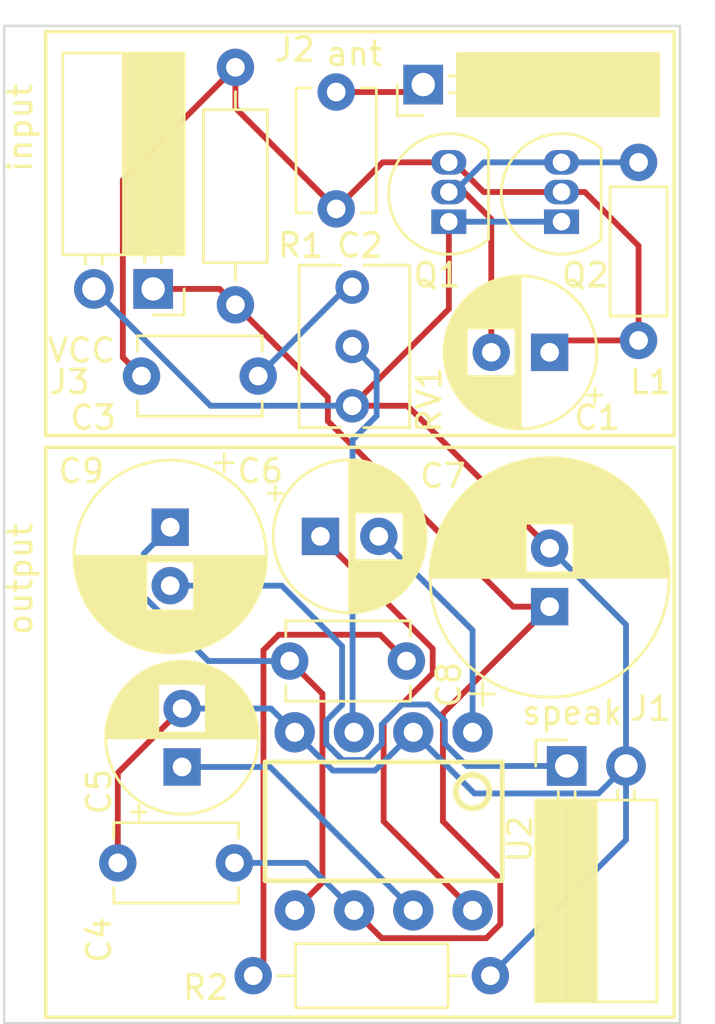
<source format=kicad_pcb>
(kicad_pcb (version 20221018) (generator pcbnew)
  (layers (0 "F.Cu" signal) (31 "B.Cu" signal) (34 "B.Paste" user) (35 "F.Paste" user) (36 "B.SilkS" user "B.Silkscreen") (37 "F.SilkS" user "F.Silkscreen") (38 "B.Mask" user) (39 "F.Mask" user) (44 "Edge.Cuts" user))
  (net 0 "")
  (net 1 "Net-(Q1-E)")
  (net 2 "Net-(Q1-B)")
  (net 3 "Net-(J2-Pin_1)")
  (net 4 "Net-(C3-Pad2)")
  (net 5 "GND")
  (net 6 "+5V")
  (net 7 "Net-(C5-Pad1)")
  (net 8 "Net-(C6-Pad1)")
  (net 9 "Net-(C6-Pad2)")
  (net 10 "Net-(C8-Pad1)")
  (net 11 "Net-(C8-Pad2)")
  (net 12 "Net-(J1-Pin_1)")
  (net 13 "Net-(RV1-Pad2)")
  (footprint "Capacitor_THT:CP_Radial_D6.3mm_P2.50mm" (layer "F.Cu") (at 185.253621 56.134)
    (fp_text reference "C6" (at -2.58 -2.794 180) (layer "F.SilkS"))
    (fp_text value "10u")
    (pad "1" thru_hole rect (at 0 0) (size 1.6 1.6) (drill 0.8) (layers "*.Cu" "*.Mask") (net 8 "Net-(C6-Pad1)"))
    (pad "2" thru_hole circle (at 2.5 0) (size 1.6 1.6) (drill 0.8) (layers "*.Cu" "*.Mask") (net 9 "Net-(C6-Pad2)"))
  )
  (footprint "Capacitor_THT:CP_Radial_D10.0mm_P2.50mm" (layer "F.Cu") (at 195.072 59.142 90)
    (fp_text reference "C7" (at 5.588 -4.572 180) (layer "F.SilkS"))
    (fp_text value "470u")
    (pad "1" thru_hole rect (at 0 0 90) (size 1.6 1.6) (drill 0.8) (layers "*.Cu" "*.Mask") (net 6 "+5V"))
    (pad "2" thru_hole circle (at 2.5 0 90) (size 1.6 1.6) (drill 0.8) (layers "*.Cu" "*.Mask") (net 5 "GND"))
  )
  (footprint "Connector_PinSocket_2.54mm:PinSocket_1x02_P2.54mm_Horizontal" (layer "F.Cu") (at 195.804 65.958 90)
    (fp_text reference "J1" (at 2.458 3.586 180) (layer "F.SilkS"))
    (fp_text value "sp")
    (pad "1" thru_hole rect (at 0 0 90) (size 1.7 1.7) (drill 1) (layers "*.Cu" "*.Mask") (net 12 "Net-(J1-Pin_1)"))
    (pad "2" thru_hole oval (at 0 2.54 90) (size 1.7 1.7) (drill 1) (layers "*.Cu" "*.Mask") (net 5 "GND"))
  )
  (footprint "Inductor_THT:L_Axial_L5.3mm_D2.2mm_P7.62mm_Horizontal_Vishay_IM-1" (layer "F.Cu") (at 198.882 47.752 90)
    (fp_text reference "L1" (at -1.778 0.508 180) (layer "F.SilkS"))
    (fp_text value "~")
    (pad "1" thru_hole circle (at 0 0 90) (size 1.6 1.6) (drill 0.8) (layers "*.Cu" "*.Mask") (net 1 "Net-(Q1-E)"))
    (pad "2" thru_hole oval (at 7.62 0 90) (size 1.6 1.6) (drill 0.8) (layers "*.Cu" "*.Mask") (net 2 "Net-(Q1-B)"))
  )
  (footprint "Resistor_THT:R_Axial_DIN0207_L6.3mm_D2.5mm_P10.16mm_Horizontal" (layer "F.Cu") (at 192.532 74.93 180)
    (fp_text reference "R2" (at 12.192 -0.508 180) (layer "F.SilkS"))
    (fp_text value "10")
    (pad "1" thru_hole circle (at 0 0 180) (size 1.6 1.6) (drill 0.8) (layers "*.Cu" "*.Mask") (net 5 "GND"))
    (pad "2" thru_hole oval (at 10.16 0 180) (size 1.6 1.6) (drill 0.8) (layers "*.Cu" "*.Mask") (net 10 "Net-(C8-Pad1)"))
  )
  (footprint "Potentiometer_THT:Potentiometer_Bourns_3266Y_Vertical" (layer "F.Cu") (at 186.615 45.466 90)
    (fp_text reference "RV1" (at -4.826 3.302 270) (layer "F.SilkS"))
    (fp_text value "100k")
    (pad "1" thru_hole circle (at 0 0 90) (size 1.44 1.44) (drill 0.8) (layers "*.Cu" "*.Mask") (net 4 "Net-(C3-Pad2)"))
    (pad "2" thru_hole circle (at -2.54 0 90) (size 1.44 1.44) (drill 0.8) (layers "*.Cu" "*.Mask") (net 13 "Net-(RV1-Pad2)"))
    (pad "3" thru_hole circle (at -5.08 0 90) (size 1.44 1.44) (drill 0.8) (layers "*.Cu" "*.Mask") (net 5 "GND"))
  )
  (footprint "Capacitor_THT:C_Disc_D5.1mm_W3.2mm_P5.00mm" (layer "F.Cu") (at 176.57 70.104)
    (fp_text reference "C4" (at -0.802 3.302 90) (layer "F.SilkS"))
    (fp_text value "100n")
    (pad "1" thru_hole circle (at 0 0) (size 1.6 1.6) (drill 0.8) (layers "*.Cu" "*.Mask") (net 5 "GND"))
    (pad "2" thru_hole circle (at 5 0) (size 1.6 1.6) (drill 0.8) (layers "*.Cu" "*.Mask") (net 6 "+5V"))
  )
  (footprint "Connector_PinSocket_2.54mm:PinSocket_1x01_P2.54mm_Horizontal" (layer "F.Cu") (at 189.656 36.805 180)
    (fp_text reference "J2" (at 5.506 1.499) (layer "F.SilkS"))
    (fp_text value "Conn_01x01_Socket")
    (pad "1" thru_hole rect (at 0 0 180) (size 1.7 1.7) (drill 1) (layers "*.Cu" "*.Mask") (net 3 "Net-(J2-Pin_1)"))
  )
  (footprint "Package_TO_SOT_THT:TO-92L_Inline" (layer "F.Cu") (at 190.754 42.672 90)
    (fp_text reference "Q1" (at -2.286 -0.508 180) (layer "F.SilkS"))
    (fp_text value "2n3904")
    (pad "1" thru_hole rect (at 0 0 90) (size 1.05 1.5) (drill 0.75) (layers "*.Cu" "*.Mask") (net 5 "GND"))
    (pad "2" thru_hole oval (at 1.27 0 90) (size 1.05 1.5) (drill 0.75) (layers "*.Cu" "*.Mask") (net 2 "Net-(Q1-B)"))
    (pad "3" thru_hole oval (at 2.54 0 90) (size 1.05 1.5) (drill 0.75) (layers "*.Cu" "*.Mask") (net 1 "Net-(Q1-E)"))
  )
  (footprint "LM386:DIP08" (layer "F.Cu") (at 187.96 68.326 180)
    (fp_text reference "U2" (at -5.842 -0.762 90) (layer "F.SilkS") (effects (font (size 1.001465 1.001465))))
    (fp_text value "LM386")
    (pad "1" thru_hole circle (at -3.81 3.81 180) (size 1.7272 1.7272) (drill 0.8128) (layers "*.Cu" "*.Mask") (net 9 "Net-(C6-Pad2)"))
    (pad "2" thru_hole circle (at -1.27 3.81 180) (size 1.7272 1.7272) (drill 0.8128) (layers "*.Cu" "*.Mask") (net 5 "GND"))
    (pad "3" thru_hole circle (at 1.27 3.81 180) (size 1.7272 1.7272) (drill 0.8128) (layers "*.Cu" "*.Mask") (net 13 "Net-(RV1-Pad2)"))
    (pad "4" thru_hole circle (at 3.81 3.81 180) (size 1.7272 1.7272) (drill 0.8128) (layers "*.Cu" "*.Mask") (net 5 "GND"))
    (pad "5" thru_hole circle (at 3.81 -3.81 180) (size 1.7272 1.7272) (drill 0.8128) (layers "*.Cu" "*.Mask") (net 11 "Net-(C8-Pad2)"))
    (pad "6" thru_hole circle (at 1.27 -3.81 180) (size 1.7272 1.7272) (drill 0.8128) (layers "*.Cu" "*.Mask") (net 6 "+5V"))
    (pad "7" thru_hole circle (at -1.27 -3.81 180) (size 1.7272 1.7272) (drill 0.8128) (layers "*.Cu" "*.Mask") (net 7 "Net-(C5-Pad1)"))
    (pad "8" thru_hole circle (at -3.81 -3.81 180) (size 1.7272 1.7272) (drill 0.8128) (layers "*.Cu" "*.Mask") (net 8 "Net-(C6-Pad1)"))
  )
  (footprint "Capacitor_THT:C_Disc_D5.1mm_W3.2mm_P5.00mm" (layer "F.Cu") (at 177.586 49.276)
    (fp_text reference "C3" (at -2.072 1.778) (layer "F.SilkS"))
    (fp_text value "220n")
    (pad "1" thru_hole circle (at 0 0) (size 1.6 1.6) (drill 0.8) (layers "*.Cu" "*.Mask") (net 1 "Net-(Q1-E)"))
    (pad "2" thru_hole circle (at 5 0) (size 1.6 1.6) (drill 0.8) (layers "*.Cu" "*.Mask") (net 4 "Net-(C3-Pad2)"))
  )
  (footprint "Capacitor_THT:CP_Radial_D6.3mm_P2.50mm" (layer "F.Cu") (at 179.324 66 90)
    (fp_text reference "C5" (at -1.056 -3.556 90) (layer "F.SilkS"))
    (fp_text value "10u")
    (pad "1" thru_hole rect (at 0 0 90) (size 1.6 1.6) (drill 0.8) (layers "*.Cu" "*.Mask") (net 7 "Net-(C5-Pad1)"))
    (pad "2" thru_hole circle (at 2.5 0 90) (size 1.6 1.6) (drill 0.8) (layers "*.Cu" "*.Mask") (net 5 "GND"))
  )
  (footprint "Package_TO_SOT_THT:TO-92L_Inline" (layer "F.Cu") (at 195.58 42.672 90)
    (fp_text reference "Q2" (at -2.286 1.016 180) (layer "F.SilkS"))
    (fp_text value "2n3904")
    (pad "1" thru_hole rect (at 0 0 90) (size 1.05 1.5) (drill 0.75) (layers "*.Cu" "*.Mask") (net 5 "GND"))
    (pad "2" thru_hole oval (at 1.27 0 90) (size 1.05 1.5) (drill 0.75) (layers "*.Cu" "*.Mask") (net 1 "Net-(Q1-E)"))
    (pad "3" thru_hole oval (at 2.54 0 90) (size 1.05 1.5) (drill 0.75) (layers "*.Cu" "*.Mask") (net 2 "Net-(Q1-B)"))
  )
  (footprint "Capacitor_THT:C_Disc_D5.1mm_W3.2mm_P5.00mm" (layer "F.Cu") (at 185.928 42.124 90)
    (fp_text reference "C2" (at -1.564 1.016 180) (layer "F.SilkS"))
    (fp_text value "10p")
    (pad "1" thru_hole circle (at 0 0 90) (size 1.6 1.6) (drill 0.8) (layers "*.Cu" "*.Mask") (net 1 "Net-(Q1-E)"))
    (pad "2" thru_hole circle (at 5 0 90) (size 1.6 1.6) (drill 0.8) (layers "*.Cu" "*.Mask") (net 3 "Net-(J2-Pin_1)"))
  )
  (footprint "Connector_PinSocket_2.54mm:PinSocket_1x02_P2.54mm_Horizontal" (layer "F.Cu") (at 178.084 45.548 -90)
    (fp_text reference "J3" (at 3.982 3.586 -180) (layer "F.SilkS"))
    (fp_text value "sp")
    (pad "1" thru_hole rect (at 0 0 270) (size 1.7 1.7) (drill 1) (layers "*.Cu" "*.Mask") (net 6 "+5V"))
    (pad "2" thru_hole oval (at 0 2.54 270) (size 1.7 1.7) (drill 1) (layers "*.Cu" "*.Mask") (net 5 "GND"))
  )
  (footprint "Capacitor_THT:C_Disc_D5.1mm_W3.2mm_P5.00mm" (layer "F.Cu") (at 188.936 61.468 180)
    (fp_text reference "C8" (at -1.818 -1.016 270) (layer "F.SilkS"))
    (fp_text value "47n")
    (pad "1" thru_hole circle (at 0 0 180) (size 1.6 1.6) (drill 0.8) (layers "*.Cu" "*.Mask") (net 10 "Net-(C8-Pad1)"))
    (pad "2" thru_hole circle (at 5 0 180) (size 1.6 1.6) (drill 0.8) (layers "*.Cu" "*.Mask") (net 11 "Net-(C8-Pad2)"))
  )
  (footprint "Resistor_THT:R_Axial_DIN0207_L6.3mm_D2.5mm_P10.16mm_Horizontal" (layer "F.Cu") (at 181.61 36.068 -90)
    (fp_text reference "R1" (at 7.62 -2.794 -180) (layer "F.SilkS"))
    (fp_text value "22k")
    (pad "1" thru_hole circle (at 0 0 270) (size 1.6 1.6) (drill 0.8) (layers "*.Cu" "*.Mask") (net 1 "Net-(Q1-E)"))
    (pad "2" thru_hole oval (at 10.16 0 270) (size 1.6 1.6) (drill 0.8) (layers "*.Cu" "*.Mask") (net 6 "+5V"))
  )
  (footprint "Capacitor_THT:CP_Radial_D6.3mm_P2.50mm" (layer "F.Cu") (at 195.072 48.26 180)
    (fp_text reference "C1" (at -2.032 -2.794) (layer "F.SilkS"))
    (fp_text value "22pF")
    (pad "1" thru_hole rect (at 0 0 180) (size 1.6 1.6) (drill 0.8) (layers "*.Cu" "*.Mask") (net 1 "Net-(Q1-E)"))
    (pad "2" thru_hole circle (at 2.5 0 180) (size 1.6 1.6) (drill 0.8) (layers "*.Cu" "*.Mask") (net 2 "Net-(Q1-B)"))
  )
  (footprint "Capacitor_THT:CP_Radial_D8.0mm_P2.50mm" (layer "F.Cu") (at 178.816 55.743349 -90)
    (fp_text reference "C9" (at -2.403349 3.81) (layer "F.SilkS"))
    (fp_text value "220u")
    (pad "1" thru_hole rect (at 0 0 270) (size 1.6 1.6) (drill 0.8) (layers "*.Cu" "*.Mask") (net 11 "Net-(C8-Pad2)"))
    (pad "2" thru_hole circle (at 2.5 0 270) (size 1.6 1.6) (drill 0.8) (layers "*.Cu" "*.Mask") (net 12 "Net-(J1-Pin_1)"))
  )
  (gr_rect (start 173.482 34.544) (end 200.406 51.816) (stroke (width 0.15)) (fill none) (layer "F.SilkS"))
  (gr_rect (start 173.482 52.324) (end 200.406 76.708) (stroke (width 0.15)) (fill none) (layer "F.SilkS"))
  (gr_rect (start 171.704 34.29) (end 200.66 76.962) (stroke (width 0.1)) (fill none) (layer "Edge.Cuts"))
  (gr_text "VCC" (at 173.482 48.768) (layer "F.SilkS") (effects (font (size 1 1)) (justify left bottom)))
  (gr_text "speak" (at 193.802 64.262) (layer "F.SilkS") (effects (font (size 1 1)) (justify left bottom)))
  (gr_text "output" (at 172.974 60.452 90) (layer "F.SilkS") (effects (font (size 1 1)) (justify left bottom)))
  (gr_text "ant" (at 185.42 36.068) (layer "F.SilkS") (effects (font (size 1 1)) (justify left bottom)))
  (gr_text "input" (at 172.974 40.64 90) (layer "F.SilkS") (effects (font (size 1 1)) (justify left bottom)))
  (segment (start 198.882 43.704) (end 198.882 47.752) (width 0.25) (layer "F.Cu") (net 1))
  (segment (start 185.928 42.124) (end 187.92 40.132) (width 0.25) (layer "F.Cu") (net 1))
  (segment (start 177.586 49.276) (end 176.786001 48.476001) (width 0.25) (layer "F.Cu") (net 1))
  (segment (start 181.61 36.068) (end 181.61 37.806) (width 0.25) (layer "F.Cu") (net 1))
  (segment (start 192.249 41.402) (end 195.58 41.402) (width 0.25) (layer "F.Cu") (net 1))
  (segment (start 198.882 47.752) (end 195.58 47.752) (width 0.25) (layer "F.Cu") (net 1))
  (segment (start 196.58 41.402) (end 198.882 43.704) (width 0.25) (layer "F.Cu") (net 1))
  (segment (start 190.979 40.132) (end 192.249 41.402) (width 0.25) (layer "F.Cu") (net 1))
  (segment (start 190.754 40.132) (end 190.979 40.132) (width 0.25) (layer "F.Cu") (net 1))
  (segment (start 176.786001 40.891999) (end 181.61 36.068) (width 0.25) (layer "F.Cu") (net 1))
  (segment (start 187.92 40.132) (end 190.754 40.132) (width 0.25) (layer "F.Cu") (net 1))
  (segment (start 176.786001 48.476001) (end 176.786001 40.891999) (width 0.25) (layer "F.Cu") (net 1))
  (segment (start 195.58 41.402) (end 196.58 41.402) (width 0.25) (layer "F.Cu") (net 1))
  (segment (start 195.58 47.752) (end 195.072 48.26) (width 0.25) (layer "F.Cu") (net 1))
  (segment (start 181.61 37.806) (end 185.928 42.124) (width 0.25) (layer "F.Cu") (net 1))
  (segment (start 190.754 41.402) (end 191.409 41.402) (width 0.25) (layer "F.Cu") (net 2))
  (segment (start 192.572 42.565) (end 192.572 48.26) (width 0.25) (layer "F.Cu") (net 2))
  (segment (start 191.409 41.402) (end 192.572 42.565) (width 0.25) (layer "F.Cu") (net 2))
  (segment (start 195.58 40.132) (end 198.882 40.132) (width 0.25) (layer "B.Cu") (net 2))
  (segment (start 192.249 40.132) (end 195.58 40.132) (width 0.25) (layer "B.Cu") (net 2))
  (segment (start 190.754 41.402) (end 190.979 41.402) (width 0.25) (layer "B.Cu") (net 2))
  (segment (start 190.979 41.402) (end 192.249 40.132) (width 0.25) (layer "B.Cu") (net 2))
  (segment (start 189.337 37.124) (end 189.656 36.805) (width 0.25) (layer "F.Cu") (net 3))
  (segment (start 185.928 37.124) (end 189.337 37.124) (width 0.25) (layer "F.Cu") (net 3))
  (segment (start 186.396 45.466) (end 186.615 45.466) (width 0.25) (layer "B.Cu") (net 4))
  (segment (start 182.586 49.276) (end 186.396 45.466) (width 0.25) (layer "B.Cu") (net 4))
  (segment (start 176.57 70.104) (end 176.57 66.254) (width 0.25) (layer "F.Cu") (net 5))
  (segment (start 190.754 46.407) (end 190.754 42.672) (width 0.25) (layer "F.Cu") (net 5))
  (segment (start 186.615 50.546) (end 188.976 50.546) (width 0.25) (layer "F.Cu") (net 5))
  (segment (start 176.57 66.254) (end 179.324 63.5) (width 0.25) (layer "F.Cu") (net 5))
  (segment (start 186.615 50.546) (end 190.754 46.407) (width 0.25) (layer "F.Cu") (net 5))
  (segment (start 188.976 50.546) (end 195.072 56.642) (width 0.25) (layer "F.Cu") (net 5))
  (segment (start 175.544 45.548) (end 180.542 50.546) (width 0.25) (layer "B.Cu") (net 5))
  (segment (start 187.5914 66.1546) (end 185.7886 66.1546) (width 0.25) (layer "B.Cu") (net 5))
  (segment (start 198.344 65.958) (end 197.169 67.133) (width 0.25) (layer "B.Cu") (net 5))
  (segment (start 197.169 67.133) (end 191.847 67.133) (width 0.25) (layer "B.Cu") (net 5))
  (segment (start 198.344 59.914) (end 198.344 65.958) (width 0.25) (layer "B.Cu") (net 5))
  (segment (start 179.324 63.5) (end 183.134 63.5) (width 0.25) (layer "B.Cu") (net 5))
  (segment (start 191.847 67.133) (end 189.23 64.516) (width 0.25) (layer "B.Cu") (net 5))
  (segment (start 195.072 56.642) (end 198.344 59.914) (width 0.25) (layer "B.Cu") (net 5))
  (segment (start 185.7886 66.1546) (end 184.15 64.516) (width 0.25) (layer "B.Cu") (net 5))
  (segment (start 190.754 42.672) (end 195.58 42.672) (width 0.25) (layer "B.Cu") (net 5))
  (segment (start 180.542 50.546) (end 186.615 50.546) (width 0.25) (layer "B.Cu") (net 5))
  (segment (start 192.532 74.93) (end 198.344 69.118) (width 0.25) (layer "B.Cu") (net 5))
  (segment (start 198.344 69.118) (end 198.344 65.958) (width 0.25) (layer "B.Cu") (net 5))
  (segment (start 183.134 63.5) (end 184.15 64.516) (width 0.25) (layer "B.Cu") (net 5))
  (segment (start 189.23 64.516) (end 187.5914 66.1546) (width 0.25) (layer "B.Cu") (net 5))
  (segment (start 195.072 59.142) (end 190.5 63.714) (width 0.25) (layer "F.Cu") (net 6))
  (segment (start 192.9586 72.7254) (end 192.3594 73.3246) (width 0.25) (layer "F.Cu") (net 6))
  (segment (start 185.57 51.204) (end 193.508 59.142) (width 0.25) (layer "F.Cu") (net 6))
  (segment (start 190.5 68.326) (end 192.9586 70.7846) (width 0.25) (layer "F.Cu") (net 6))
  (segment (start 178.084 45.548) (end 180.93 45.548) (width 0.25) (layer "F.Cu") (net 6))
  (segment (start 192.3594 73.3246) (end 187.8786 73.3246) (width 0.25) (layer "F.Cu") (net 6))
  (segment (start 185.57 50.188) (end 185.57 51.204) (width 0.25) (layer "F.Cu") (net 6))
  (segment (start 180.93 45.548) (end 181.61 46.228) (width 0.25) (layer "F.Cu") (net 6))
  (segment (start 192.9586 70.7846) (end 192.9586 72.7254) (width 0.25) (layer "F.Cu") (net 6))
  (segment (start 181.61 46.228) (end 185.57 50.188) (width 0.25) (layer "F.Cu") (net 6))
  (segment (start 193.508 59.142) (end 195.072 59.142) (width 0.25) (layer "F.Cu") (net 6))
  (segment (start 190.5 63.714) (end 190.5 68.326) (width 0.25) (layer "F.Cu") (net 6))
  (segment (start 187.8786 73.3246) (end 186.69 72.136) (width 0.25) (layer "F.Cu") (net 6))
  (segment (start 184.658 70.104) (end 181.57 70.104) (width 0.25) (layer "B.Cu") (net 6))
  (segment (start 186.69 72.136) (end 184.658 70.104) (width 0.25) (layer "B.Cu") (net 6))
  (segment (start 179.324 66) (end 183.094 66) (width 0.25) (layer "B.Cu") (net 7))
  (segment (start 183.094 66) (end 189.23 72.136) (width 0.25) (layer "B.Cu") (net 7))
  (segment (start 190.061 62.004065) (end 187.96 64.105065) (width 0.25) (layer "F.Cu") (net 8))
  (segment (start 185.253621 56.134) (end 190.061 60.941379) (width 0.25) (layer "F.Cu") (net 8))
  (segment (start 191.77 72.136) (end 187.96 68.326) (width 0.25) (layer "F.Cu") (net 8))
  (segment (start 190.061 60.941379) (end 190.061 62.004065) (width 0.25) (layer "F.Cu") (net 8))
  (segment (start 187.96 68.326) (end 187.96 64.105065) (width 0.25) (layer "F.Cu") (net 8))
  (segment (start 191.77 60.150379) (end 191.77 64.516) (width 0.25) (layer "B.Cu") (net 9))
  (segment (start 187.753621 56.134) (end 191.77 60.150379) (width 0.25) (layer "B.Cu") (net 9))
  (segment (start 182.811 74.491) (end 182.372 74.93) (width 0.25) (layer "F.Cu") (net 10))
  (segment (start 188.936 61.468) (end 187.811 60.343) (width 0.25) (layer "F.Cu") (net 10))
  (segment (start 183.470009 60.343) (end 182.811 61.002009) (width 0.25) (layer "F.Cu") (net 10))
  (segment (start 182.811 61.002009) (end 182.811 74.491) (width 0.25) (layer "F.Cu") (net 10))
  (segment (start 187.811 60.343) (end 183.470009 60.343) (width 0.25) (layer "F.Cu") (net 10))
  (segment (start 184.15 72.136) (end 185.3386 70.9474) (width 0.25) (layer "F.Cu") (net 11))
  (segment (start 185.3386 70.9474) (end 185.3386 62.8706) (width 0.25) (layer "F.Cu") (net 11))
  (segment (start 185.3386 62.8706) (end 183.936 61.468) (width 0.25) (layer "F.Cu") (net 11))
  (segment (start 178.816 56.348) (end 178.816 55.743349) (width 0.25) (layer "F.Cu") (net 11))
  (segment (start 178.816 56.348) (end 178.816 55.743349) (width 0.25) (layer "B.Cu") (net 11))
  (segment (start 177.691 58.70934) (end 180.44966 61.468) (width 0.25) (layer "B.Cu") (net 11))
  (segment (start 178.816 55.743349) (end 177.691 56.868349) (width 0.25) (layer "B.Cu") (net 11))
  (segment (start 177.691 56.868349) (end 177.691 58.70934) (width 0.25) (layer "B.Cu") (net 11))
  (segment (start 180.44966 61.468) (end 183.936 61.468) (width 0.25) (layer "B.Cu") (net 11))
  (segment (start 190.5814 65.008335) (end 191.531065 65.958) (width 0.25) (layer "B.Cu") (net 12))
  (segment (start 190.5814 64.023665) (end 190.5814 65.008335) (width 0.25) (layer "B.Cu") (net 12))
  (segment (start 185.5014 64.023665) (end 185.5014 65.008335) (width 0.25) (layer "B.Cu") (net 12))
  (segment (start 183.593745 58.243349) (end 186.178621 60.828225) (width 0.25) (layer "B.Cu") (net 12))
  (segment (start 187.8786 65.008335) (end 187.8786 64.186465) (width 0.25) (layer "B.Cu") (net 12))
  (segment (start 186.197665 65.7046) (end 187.182335 65.7046) (width 0.25) (layer "B.Cu") (net 12))
  (segment (start 185.5014 65.008335) (end 186.197665 65.7046) (width 0.25) (layer "B.Cu") (net 12))
  (segment (start 188.737665 63.3274) (end 189.885135 63.3274) (width 0.25) (layer "B.Cu") (net 12))
  (segment (start 187.8786 64.186465) (end 188.737665 63.3274) (width 0.25) (layer "B.Cu") (net 12))
  (segment (start 186.178621 60.828225) (end 186.178621 63.346444) (width 0.25) (layer "B.Cu") (net 12))
  (segment (start 189.885135 63.3274) (end 190.5814 64.023665) (width 0.25) (layer "B.Cu") (net 12))
  (segment (start 191.531065 65.958) (end 195.804 65.958) (width 0.25) (layer "B.Cu") (net 12))
  (segment (start 178.816 58.243349) (end 183.593745 58.243349) (width 0.25) (layer "B.Cu") (net 12))
  (segment (start 186.178621 63.346444) (end 185.5014 64.023665) (width 0.25) (layer "B.Cu") (net 12))
  (segment (start 187.182335 65.7046) (end 187.8786 65.008335) (width 0.25) (layer "B.Cu") (net 12))
  (segment (start 186.628621 64.454621) (end 186.69 64.516) (width 0.25) (layer "B.Cu") (net 13))
  (segment (start 186.628621 52.010233) (end 186.628621 64.454621) (width 0.25) (layer "B.Cu") (net 13))
  (segment (start 186.615 48.006) (end 187.66 49.051) (width 0.25) (layer "B.Cu") (net 13))
  (segment (start 187.66 49.051) (end 187.66 50.978854) (width 0.25) (layer "B.Cu") (net 13))
  (segment (start 187.66 50.978854) (end 186.628621 52.010233) (width 0.25) (layer "B.Cu") (net 13))
)
</source>
